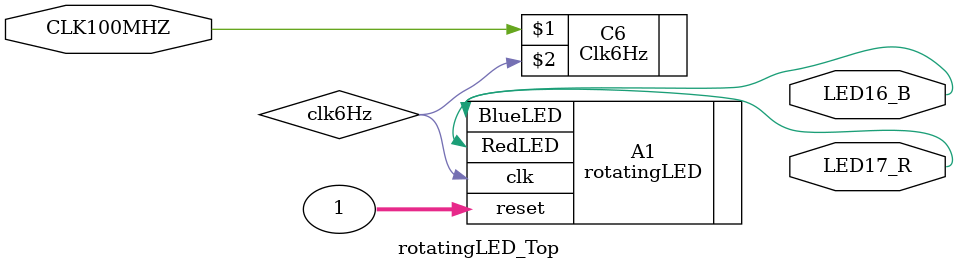
<source format=sv>
`timescale 1ns / 1ps


module rotatingLED_Top(
  input  logic CLK100MHZ,
  output logic LED17_R,
  output logic LED16_B );

  logic clk6Hz;

  Clk6Hz C6(CLK100MHZ, clk6Hz);

  rotatingLED A1(.clk(clk6Hz),
                .reset(1),
                .RedLED(LED17_R),
                .BlueLED(LED16_B) );
endmodule

</source>
